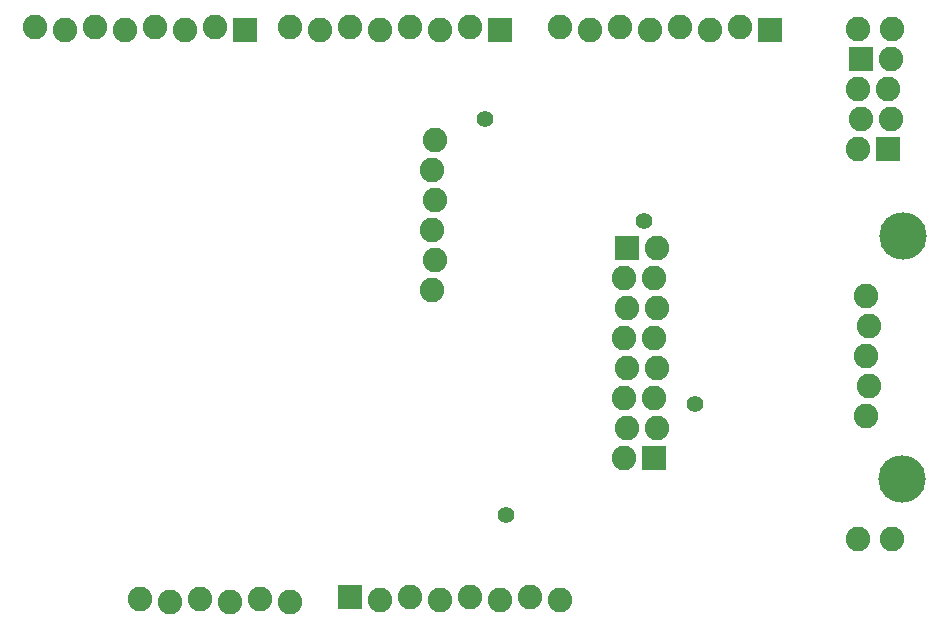
<source format=gbs>
G75*
%MOIN*%
%OFA0B0*%
%FSLAX25Y25*%
%IPPOS*%
%LPD*%
%AMOC8*
5,1,8,0,0,1.08239X$1,22.5*
%
%ADD10R,0.08200X0.08200*%
%ADD11C,0.08200*%
%ADD12C,0.15800*%
%ADD13C,0.05556*%
D10*
X0115400Y0011900D03*
X0216900Y0058400D03*
X0207900Y0128400D03*
X0294900Y0161400D03*
X0285900Y0191400D03*
X0255400Y0200900D03*
X0165400Y0200900D03*
X0080400Y0200900D03*
D11*
X0045400Y0011400D03*
X0055400Y0010400D03*
X0065400Y0011400D03*
X0075400Y0010400D03*
X0085400Y0011400D03*
X0095400Y0010400D03*
X0125400Y0010900D03*
X0135400Y0011900D03*
X0145400Y0010900D03*
X0155400Y0011900D03*
X0165400Y0010900D03*
X0175400Y0011900D03*
X0185400Y0010900D03*
X0206900Y0058400D03*
X0207900Y0068400D03*
X0217900Y0068400D03*
X0216900Y0078400D03*
X0206900Y0078400D03*
X0207900Y0088400D03*
X0217900Y0088400D03*
X0216900Y0098400D03*
X0206900Y0098400D03*
X0207900Y0108400D03*
X0217900Y0108400D03*
X0216900Y0118400D03*
X0206900Y0118400D03*
X0217900Y0128400D03*
X0284900Y0161400D03*
X0285900Y0171400D03*
X0295900Y0171400D03*
X0294900Y0181400D03*
X0284900Y0181400D03*
X0295900Y0191400D03*
X0296100Y0201400D03*
X0284700Y0201400D03*
X0245400Y0201900D03*
X0235400Y0200900D03*
X0225400Y0201900D03*
X0215400Y0200900D03*
X0205400Y0201900D03*
X0195400Y0200900D03*
X0185400Y0201900D03*
X0155400Y0201900D03*
X0145400Y0200900D03*
X0135400Y0201900D03*
X0125400Y0200900D03*
X0115400Y0201900D03*
X0105400Y0200900D03*
X0095400Y0201900D03*
X0070400Y0201900D03*
X0060400Y0200900D03*
X0050400Y0201900D03*
X0040400Y0200900D03*
X0030400Y0201900D03*
X0020400Y0200900D03*
X0010400Y0201900D03*
X0143900Y0164400D03*
X0142900Y0154400D03*
X0143900Y0144400D03*
X0142900Y0134400D03*
X0143900Y0124400D03*
X0142900Y0114400D03*
X0284700Y0031400D03*
X0296100Y0031400D03*
X0287400Y0072400D03*
X0288400Y0082400D03*
X0287400Y0092400D03*
X0288400Y0102400D03*
X0287400Y0112400D03*
D12*
X0299900Y0132400D03*
X0299400Y0051400D03*
D13*
X0230400Y0076400D03*
X0167400Y0039400D03*
X0213400Y0137400D03*
X0160400Y0171400D03*
M02*

</source>
